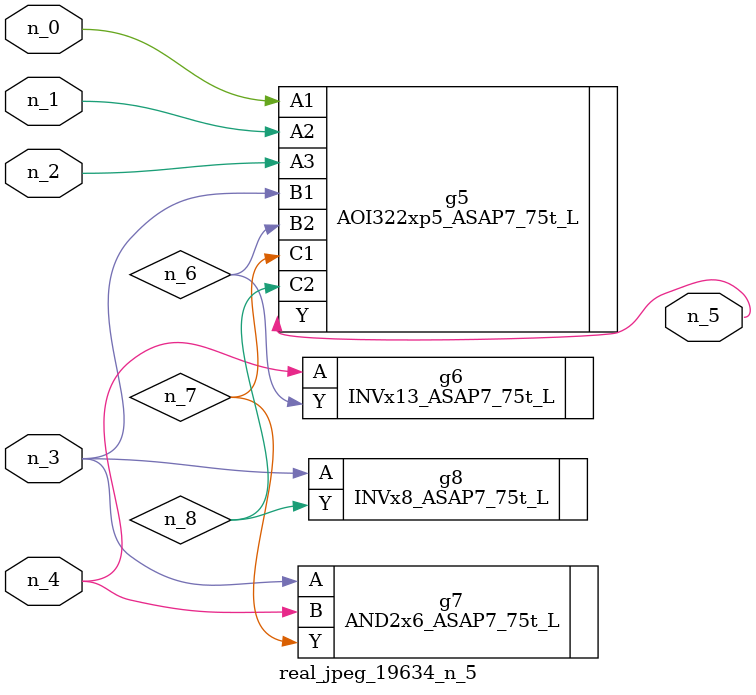
<source format=v>
module real_jpeg_19634_n_5 (n_4, n_0, n_1, n_2, n_3, n_5);

input n_4;
input n_0;
input n_1;
input n_2;
input n_3;

output n_5;

wire n_8;
wire n_6;
wire n_7;

AOI322xp5_ASAP7_75t_L g5 ( 
.A1(n_0),
.A2(n_1),
.A3(n_2),
.B1(n_3),
.B2(n_6),
.C1(n_7),
.C2(n_8),
.Y(n_5)
);

AND2x6_ASAP7_75t_L g7 ( 
.A(n_3),
.B(n_4),
.Y(n_7)
);

INVx8_ASAP7_75t_L g8 ( 
.A(n_3),
.Y(n_8)
);

INVx13_ASAP7_75t_L g6 ( 
.A(n_4),
.Y(n_6)
);


endmodule
</source>
